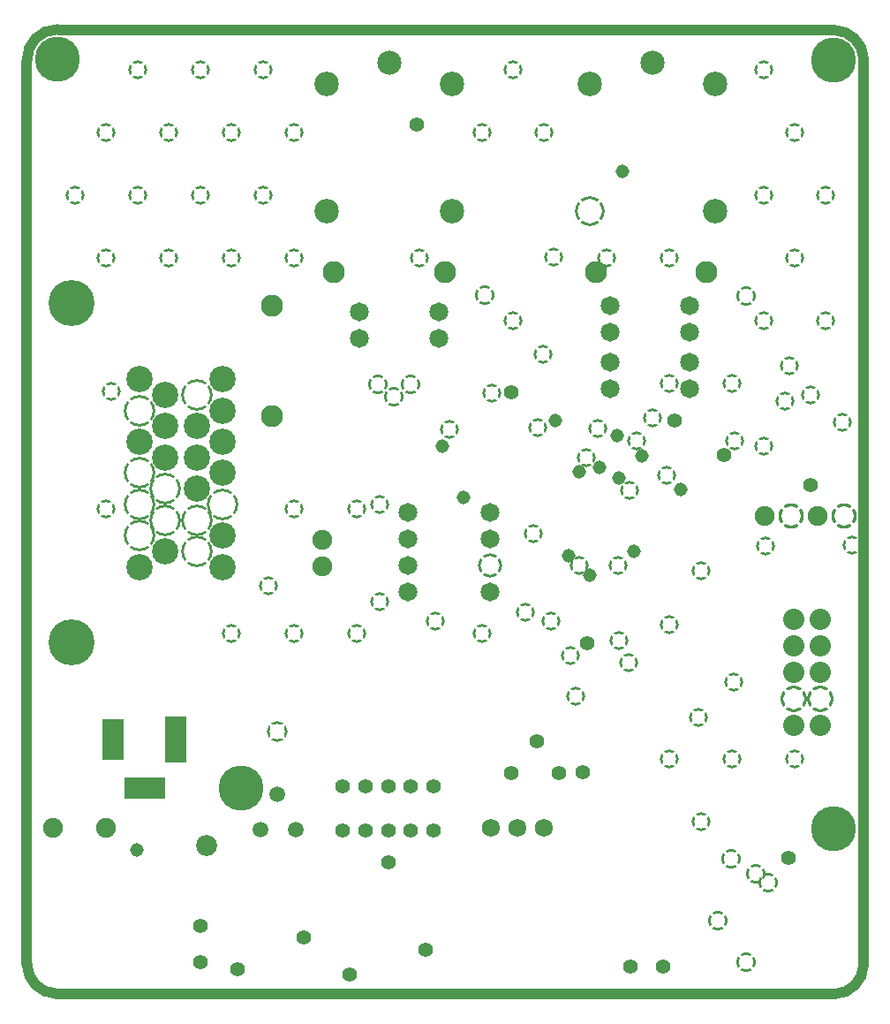
<source format=gbr>
%TF.GenerationSoftware,Altium Limited,Altium Designer,21.8.1 (53)*%
G04 Layer_Physical_Order=3*
G04 Layer_Color=128*
%FSLAX45Y45*%
%MOMM*%
%TF.SameCoordinates,385564F4-8892-4696-B1AD-25C4AC7C7797*%
%TF.FilePolarity,Negative*%
%TF.FileFunction,Copper,L3,Inr,Plane*%
%TF.Part,Single*%
G01*
G75*
%TA.AperFunction,NonConductor*%
%ADD77C,1.01600*%
%TA.AperFunction,ComponentPad*%
%ADD79C,1.81600*%
G04:AMPARAMS|DCode=80|XSize=2.324mm|YSize=2.324mm|CornerRadius=0mm|HoleSize=0mm|Usage=FLASHONLY|Rotation=0.000|XOffset=0mm|YOffset=0mm|HoleType=Round|Shape=Relief|Width=0.254mm|Gap=0.254mm|Entries=4|*
%AMTHD80*
7,0,0,2.32400,1.81600,0.25400,45*
%
%ADD80THD80*%
%ADD81C,1.91600*%
G04:AMPARAMS|DCode=82|XSize=2.424mm|YSize=2.424mm|CornerRadius=0mm|HoleSize=0mm|Usage=FLASHONLY|Rotation=0.000|XOffset=0mm|YOffset=0mm|HoleType=Round|Shape=Relief|Width=0.254mm|Gap=0.254mm|Entries=4|*
%AMTHD82*
7,0,0,2.42400,1.91600,0.25400,45*
%
%ADD82THD82*%
%ADD83C,2.03600*%
G04:AMPARAMS|DCode=84|XSize=2.544mm|YSize=2.544mm|CornerRadius=0mm|HoleSize=0mm|Usage=FLASHONLY|Rotation=0.000|XOffset=0mm|YOffset=0mm|HoleType=Round|Shape=Relief|Width=0.254mm|Gap=0.254mm|Entries=4|*
%AMTHD84*
7,0,0,2.54400,2.03600,0.25400,45*
%
%ADD84THD84*%
%ADD85C,2.11600*%
%ADD86C,2.33600*%
%ADD87C,2.30600*%
G04:AMPARAMS|DCode=88|XSize=2.844mm|YSize=2.844mm|CornerRadius=0mm|HoleSize=0mm|Usage=FLASHONLY|Rotation=0.000|XOffset=0mm|YOffset=0mm|HoleType=Round|Shape=Relief|Width=0.254mm|Gap=0.254mm|Entries=4|*
%AMTHD88*
7,0,0,2.84400,2.33600,0.25400,45*
%
%ADD88THD88*%
%ADD89C,2.51600*%
%ADD90C,4.41600*%
G04:AMPARAMS|DCode=91|XSize=3.024mm|YSize=3.024mm|CornerRadius=0mm|HoleSize=0mm|Usage=FLASHONLY|Rotation=0.000|XOffset=0mm|YOffset=0mm|HoleType=Round|Shape=Relief|Width=0.254mm|Gap=0.254mm|Entries=4|*
%AMTHD91*
7,0,0,3.02400,2.51600,0.25400,45*
%
%ADD91THD91*%
%ADD92C,1.72600*%
%ADD95R,2.01600X4.01600*%
%TA.AperFunction,WasherPad*%
%ADD96C,4.31600*%
%TA.AperFunction,ViaPad*%
G04:AMPARAMS|DCode=97|XSize=1.924mm|YSize=1.924mm|CornerRadius=0mm|HoleSize=0mm|Usage=FLASHONLY|Rotation=0.000|XOffset=0mm|YOffset=0mm|HoleType=Round|Shape=Relief|Width=0.254mm|Gap=0.254mm|Entries=4|*
%AMTHD97*
7,0,0,1.92400,1.41600,0.25400,45*
%
%ADD97THD97*%
G04:AMPARAMS|DCode=98|XSize=2.024mm|YSize=2.024mm|CornerRadius=0mm|HoleSize=0mm|Usage=FLASHONLY|Rotation=0.000|XOffset=0mm|YOffset=0mm|HoleType=Round|Shape=Relief|Width=0.254mm|Gap=0.254mm|Entries=4|*
%AMTHD98*
7,0,0,2.02400,1.51600,0.25400,45*
%
%ADD98THD98*%
G04:AMPARAMS|DCode=99|XSize=1.824mm|YSize=1.824mm|CornerRadius=0mm|HoleSize=0mm|Usage=FLASHONLY|Rotation=0.000|XOffset=0mm|YOffset=0mm|HoleType=Round|Shape=Relief|Width=0.254mm|Gap=0.254mm|Entries=4|*
%AMTHD99*
7,0,0,1.82400,1.31600,0.25400,45*
%
%ADD99THD99*%
%ADD100C,1.31600*%
%ADD101C,1.41600*%
%ADD102C,2.01600*%
%TA.AperFunction,ComponentPad*%
%ADD103R,2.01600X4.51600*%
%ADD104R,4.01600X2.01600*%
%TA.AperFunction,ViaPad*%
%ADD105C,1.51600*%
D77*
X56Y283586D02*
G03*
X-5438Y298993I-27020J-954D01*
G01*
X-2444Y8943165D02*
G03*
X-417Y8953439I-25010J10274D01*
G01*
D02*
G03*
X-428Y8954247I-27499J-2D01*
G01*
X293539Y9250784D02*
G03*
X-428Y8954247I-6105J-287926D01*
G01*
X293539Y9250784D02*
G03*
X303982Y9248502I10443J22756D01*
G01*
X7729942Y9248502D02*
G03*
X7743526Y9244331I14451J22855D01*
G01*
X8022243Y8967673D02*
G03*
X7743526Y9244330I-287946J-11366D01*
G01*
X8022243Y8967673D02*
G03*
X8024222Y8958534I27018J1067D01*
G01*
X8024222Y296610D02*
G03*
X8021822Y286310I24624J-11165D01*
G01*
X7745165Y7593D02*
G03*
X8021822Y286310I-11366J287947D01*
G01*
X7745165Y7593D02*
G03*
X7734074Y4727I1067J-27018D01*
G01*
X283069Y10068D02*
G03*
X273712Y12061I-10223J-25028D01*
G01*
X57Y283586D02*
G03*
X273712Y12062I282717J11272D01*
G01*
X52Y283698D02*
G03*
X57Y283586I11697J385D01*
G01*
X-5438Y298993D02*
X-2444Y8834120D01*
Y8943165D01*
X303982Y9248502D02*
X7729942D01*
X8024222Y296610D02*
X8024222Y8958535D01*
X283069Y10068D02*
X7734074Y4727D01*
X52Y283699D02*
X57Y283587D01*
D79*
X3651479Y4112520D02*
D03*
Y4366520D02*
D03*
Y3858520D02*
D03*
Y4620520D02*
D03*
X4438480Y3858520D02*
D03*
Y4620520D02*
D03*
Y4366520D02*
D03*
X3947600Y6289300D02*
D03*
X3185600D02*
D03*
X3947600Y6543300D02*
D03*
X3185600D02*
D03*
X5588000Y6065520D02*
D03*
X6350000D02*
D03*
X5588000Y5811520D02*
D03*
X6350000D02*
D03*
X6348972Y6352000D02*
D03*
X5586972D02*
D03*
X6348972Y6606000D02*
D03*
X5586972D02*
D03*
D80*
X4438480Y4112520D02*
D03*
D81*
X7073900Y4584700D02*
D03*
X7581900D02*
D03*
X2834640Y4361180D02*
D03*
Y4107180D02*
D03*
X246000Y1600000D02*
D03*
X754000D02*
D03*
D82*
X7327900Y4584700D02*
D03*
X7835900D02*
D03*
D83*
X7353300Y3601720D02*
D03*
X7607300D02*
D03*
X7353300Y3347720D02*
D03*
X7607300D02*
D03*
X7353300Y3093720D02*
D03*
X7607300D02*
D03*
X7353300Y2585720D02*
D03*
X7607300D02*
D03*
D84*
X7353300Y2839720D02*
D03*
X7607300D02*
D03*
D85*
X6511576Y6925000D02*
D03*
X5451576D02*
D03*
X2350000Y5545000D02*
D03*
Y6605000D02*
D03*
X2945000Y6925000D02*
D03*
X4005000D02*
D03*
D86*
X6600040Y8730780D02*
D03*
X5400040D02*
D03*
X6600040Y7510780D02*
D03*
X4075000D02*
D03*
X2875000D02*
D03*
Y8730780D02*
D03*
X4075000D02*
D03*
D87*
X6000040Y8930780D02*
D03*
X3475000D02*
D03*
D88*
X5400040Y7510780D02*
D03*
D89*
X1875000Y4100000D02*
D03*
Y4400000D02*
D03*
Y5000000D02*
D03*
Y5300000D02*
D03*
Y5600000D02*
D03*
Y5900000D02*
D03*
X1625000Y4850000D02*
D03*
Y5150000D02*
D03*
Y5450000D02*
D03*
X1325000Y4250000D02*
D03*
Y5150000D02*
D03*
Y5450000D02*
D03*
Y5750000D02*
D03*
X1075000Y4100000D02*
D03*
Y5300000D02*
D03*
Y5900000D02*
D03*
D90*
X425000Y3375000D02*
D03*
Y6625000D02*
D03*
D91*
X1875000Y4700000D02*
D03*
X1625000Y4250000D02*
D03*
Y4550000D02*
D03*
Y5750000D02*
D03*
X1325000Y4550000D02*
D03*
Y4850000D02*
D03*
X1075000Y4400000D02*
D03*
Y4700000D02*
D03*
Y5000000D02*
D03*
Y5600000D02*
D03*
D92*
X4443800Y1600200D02*
D03*
X4697800D02*
D03*
X4951800D02*
D03*
D95*
X825000Y2450000D02*
D03*
D96*
X2052320Y1978660D02*
D03*
X7734296Y1587500D02*
D03*
X287434Y8962857D02*
D03*
X7734296Y8956307D02*
D03*
D97*
X7109460Y1071880D02*
D03*
X3365500Y5852160D02*
D03*
X3680460Y5849620D02*
D03*
X3520440Y5735320D02*
D03*
X6893560Y309880D02*
D03*
X6891020Y6695440D02*
D03*
X4386580Y6705600D02*
D03*
X6753860Y1304100D02*
D03*
X6626860Y713740D02*
D03*
X6990080Y1158240D02*
D03*
D98*
X2400300Y2524700D02*
D03*
D99*
X805357Y5785468D02*
D03*
X6774357Y2994008D02*
D03*
X6433997Y2658728D02*
D03*
X7312837Y6031848D02*
D03*
X4054017Y5419708D02*
D03*
X4452797Y5765148D02*
D03*
X4894757Y5434948D02*
D03*
X5476417Y5424788D02*
D03*
X5844717Y5310488D02*
D03*
X5997117Y5526388D02*
D03*
X6784517Y5307948D02*
D03*
X6136817Y4975208D02*
D03*
X5359577Y5145388D02*
D03*
X5290997Y4114148D02*
D03*
X5209717Y3253088D02*
D03*
X3378200Y4699000D02*
D03*
X5046361Y7067621D02*
D03*
X5560001Y7060001D02*
D03*
X7060001Y6460001D02*
D03*
X1960000Y7060001D02*
D03*
X4360001Y3460001D02*
D03*
X2560000Y7060001D02*
D03*
X7360001D02*
D03*
X3160001Y3460001D02*
D03*
X2560000Y4660001D02*
D03*
X6760001Y5860001D02*
D03*
X1960000Y8260001D02*
D03*
X760000Y7060001D02*
D03*
X3160001Y4660001D02*
D03*
X6460001Y4060001D02*
D03*
X460000Y7660001D02*
D03*
X6160001Y5860001D02*
D03*
X6460001Y1660000D02*
D03*
X1360000Y7060001D02*
D03*
X1060000Y8860001D02*
D03*
X7660001Y6460001D02*
D03*
X7360001Y8260001D02*
D03*
X4660001Y8860001D02*
D03*
X1060000Y7660001D02*
D03*
X7060001D02*
D03*
X1960000Y3460001D02*
D03*
X5260001Y2860001D02*
D03*
X7360001Y2260001D02*
D03*
X4660001Y6460001D02*
D03*
X1660000Y7660001D02*
D03*
Y8860001D02*
D03*
X2260001D02*
D03*
X6160001Y7060001D02*
D03*
X760000Y8260001D02*
D03*
X2560000D02*
D03*
X7060001Y8860001D02*
D03*
X1360000Y8260001D02*
D03*
X2260001Y7660001D02*
D03*
X7060001Y5260001D02*
D03*
X4960001Y8260001D02*
D03*
X6160001Y2260001D02*
D03*
X4360001Y8260001D02*
D03*
X3760001Y7060001D02*
D03*
X760000Y4660001D02*
D03*
X7660001Y7660001D02*
D03*
X6760001Y2260001D02*
D03*
X2560000Y3460001D02*
D03*
X7813421Y5482992D02*
D03*
X4853940Y4422140D02*
D03*
X5664200Y4114800D02*
D03*
X5671820Y3393440D02*
D03*
X5776483Y4836160D02*
D03*
X2310620Y3915900D02*
D03*
X7914540Y4305300D02*
D03*
X5024120Y3581400D02*
D03*
X6154155Y3548116D02*
D03*
X3380740Y3766820D02*
D03*
X3916680Y3583940D02*
D03*
X4775071Y3665091D02*
D03*
X5770616Y3184896D02*
D03*
X7081520Y4300220D02*
D03*
X4950460Y6141720D02*
D03*
X7515860Y5748020D02*
D03*
X7266940Y5689600D02*
D03*
D100*
X5707380Y7889240D02*
D03*
X6268720Y4846320D02*
D03*
X5189220Y4211320D02*
D03*
X5816600Y4246880D02*
D03*
X5656580Y5356860D02*
D03*
X5067300Y5504180D02*
D03*
X4188460Y4765040D02*
D03*
X1056640Y1390040D02*
D03*
X5295900Y5008880D02*
D03*
X5895340Y5161280D02*
D03*
X5491480Y5054600D02*
D03*
X5679440Y4953000D02*
D03*
X5394960Y4020820D02*
D03*
X3980180Y5257800D02*
D03*
D101*
X3469640Y1272540D02*
D03*
X3736340Y8341107D02*
D03*
X2016760Y241300D02*
D03*
X5328920Y2131060D02*
D03*
X7305040Y1313180D02*
D03*
X4643120Y5773420D02*
D03*
X5788660Y269240D02*
D03*
X6101080Y271780D02*
D03*
X3817620Y431800D02*
D03*
X3096260Y198120D02*
D03*
X6685280Y5171440D02*
D03*
X2651760Y551180D02*
D03*
X1661000Y316600D02*
D03*
X1663700Y660400D02*
D03*
X4889500Y2433320D02*
D03*
X5374640Y3368040D02*
D03*
X7513320Y4881880D02*
D03*
X5102860Y2125980D02*
D03*
X4645660Y2120900D02*
D03*
X6207760Y5506720D02*
D03*
X3462500Y1575000D02*
D03*
Y2000000D02*
D03*
X3681250D02*
D03*
Y1575000D02*
D03*
X3900000D02*
D03*
Y2000000D02*
D03*
X3243750Y1575000D02*
D03*
X3025000D02*
D03*
Y2000000D02*
D03*
X3243750D02*
D03*
D102*
X1725000Y1434130D02*
D03*
D103*
X1425000Y2450000D02*
D03*
D104*
X1125000Y1980000D02*
D03*
D105*
X2235200Y1582420D02*
D03*
X2578100D02*
D03*
X2400300Y1924700D02*
D03*
%TF.MD5,38e304da27ba556d899d547d8d157278*%
M02*

</source>
